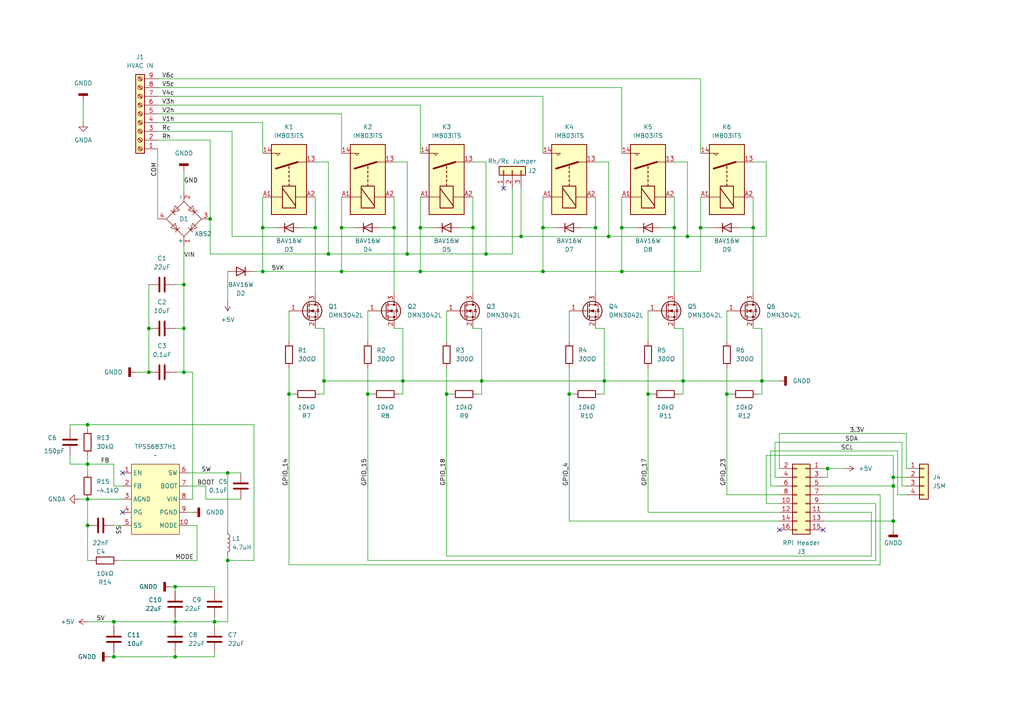
<source format=kicad_sch>
(kicad_sch (version 20250114) (generator "eeschema") (generator_version "9.0")
  (paper "A4")
  (title_block (title "OSm Thermal Main") (date "2025-08-14") (rev "2.2") (company "CircleShift Hardware"))
  (lib_symbols
    (symbol "Connector:Screw_Terminal_01x09" (pin_names (offset 1.016) (hide yes))
      (property "Reference" "J" (at 0 12.7 0))
      (property "Value" "Screw_Terminal_01x09" (at 0 -12.7 0))
      (symbol "Screw_Terminal_01x09_1_1"
        (rectangle (start -1.27 11.43) (end 1.27 -11.43) (stroke (width 0.254)) (fill (type background)))
        (polyline (pts (xy -0.5334 10.4902) (xy 0.3302 9.652)) (stroke (width 0.1524)))
        (polyline (pts (xy -0.5334 7.9502) (xy 0.3302 7.112)) (stroke (width 0.1524)))
        (polyline (pts (xy -0.5334 5.4102) (xy 0.3302 4.572)) (stroke (width 0.1524)))
        (polyline (pts (xy -0.5334 2.8702) (xy 0.3302 2.032)) (stroke (width 0.1524)))
        (polyline (pts (xy -0.5334 0.3302) (xy 0.3302 -0.508)) (stroke (width 0.1524)))
        (polyline (pts (xy -0.5334 -2.2098) (xy 0.3302 -3.048)) (stroke (width 0.1524)))
        (polyline (pts (xy -0.5334 -4.7498) (xy 0.3302 -5.588)) (stroke (width 0.1524)))
        (polyline (pts (xy -0.5334 -7.2898) (xy 0.3302 -8.128)) (stroke (width 0.1524)))
        (polyline (pts (xy -0.5334 -9.8298) (xy 0.3302 -10.668)) (stroke (width 0.1524)))
        (polyline (pts (xy -0.3556 10.668) (xy 0.508 9.8298)) (stroke (width 0.1524)))
        (polyline (pts (xy -0.3556 8.128) (xy 0.508 7.2898)) (stroke (width 0.1524)))
        (polyline (pts (xy -0.3556 5.588) (xy 0.508 4.7498)) (stroke (width 0.1524)))
        (polyline (pts (xy -0.3556 3.048) (xy 0.508 2.2098)) (stroke (width 0.1524)))
        (polyline (pts (xy -0.3556 0.508) (xy 0.508 -0.3302)) (stroke (width 0.1524)))
        (polyline (pts (xy -0.3556 -2.032) (xy 0.508 -2.8702)) (stroke (width 0.1524)))
        (polyline (pts (xy -0.3556 -4.572) (xy 0.508 -5.4102)) (stroke (width 0.1524)))
        (polyline (pts (xy -0.3556 -7.112) (xy 0.508 -7.9502)) (stroke (width 0.1524)))
        (polyline (pts (xy -0.3556 -9.652) (xy 0.508 -10.4902)) (stroke (width 0.1524)))
        (circle (center 0 10.16) (radius 0.635) (stroke (width 0.1524)))
        (circle (center 0 7.62) (radius 0.635) (stroke (width 0.1524)))
        (circle (center 0 5.08) (radius 0.635) (stroke (width 0.1524)))
        (circle (center 0 2.54) (radius 0.635) (stroke (width 0.1524)))
        (circle (center 0 0) (radius 0.635) (stroke (width 0.1524)))
        (circle (center 0 -2.54) (radius 0.635) (stroke (width 0.1524)))
        (circle (center 0 -5.08) (radius 0.635) (stroke (width 0.1524)))
        (circle (center 0 -7.62) (radius 0.635) (stroke (width 0.1524)))
        (circle (center 0 -10.16) (radius 0.635) (stroke (width 0.1524)))
        (pin passive line (at -5.08 10.16 0) (length 3.81) (name "Pin_1") (number "1"))
        (pin passive line (at -5.08 7.62 0) (length 3.81) (name "Pin_2") (number "2"))
        (pin passive line (at -5.08 5.08 0) (length 3.81) (name "Pin_3") (number "3"))
        (pin passive line (at -5.08 2.54 0) (length 3.81) (name "Pin_4") (number "4"))
        (pin passive line (at -5.08 0 0) (length 3.81) (name "Pin_5") (number "5"))
        (pin passive line (at -5.08 -2.54 0) (length 3.81) (name "Pin_6") (number "6"))
        (pin passive line (at -5.08 -5.08 0) (length 3.81) (name "Pin_7") (number "7"))
        (pin passive line (at -5.08 -7.62 0) (length 3.81) (name "Pin_8") (number "8"))
        (pin passive line (at -5.08 -10.16 0) (length 3.81) (name "Pin_9") (number "9"))
      )
    )
    (symbol "Connector_Generic:Conn_01x03" (pin_names (offset 1.016) (hide yes))
      (property "Reference" "J" (at 0 5.08 0))
      (property "Value" "Conn_01x03" (at 0 -5.08 0))
      (symbol "Conn_01x03_1_1"
        (rectangle (start -1.27 3.81) (end 1.27 -3.81) (stroke (width 0.254)) (fill (type background)))
        (rectangle (start -1.27 2.667) (end 0 2.413) (stroke (width 0.1524)))
        (rectangle (start -1.27 0.127) (end 0 -0.127) (stroke (width 0.1524)))
        (rectangle (start -1.27 -2.413) (end 0 -2.667) (stroke (width 0.1524)))
        (pin passive line (at -5.08 2.54 0) (length 3.81) (name "Pin_1") (number "1"))
        (pin passive line (at -5.08 0 0) (length 3.81) (name "Pin_2") (number "2"))
        (pin passive line (at -5.08 -2.54 0) (length 3.81) (name "Pin_3") (number "3"))
      )
    )
    (symbol "Connector_Generic:Conn_01x04" (pin_names (offset 1.016) (hide yes))
      (property "Reference" "J" (at 0 5.08 0))
      (property "Value" "Conn_01x04" (at 0 -7.62 0))
      (symbol "Conn_01x04_1_1"
        (rectangle (start -1.27 3.81) (end 1.27 -6.35) (stroke (width 0.254)) (fill (type background)))
        (rectangle (start -1.27 2.667) (end 0 2.413) (stroke (width 0.1524)))
        (rectangle (start -1.27 0.127) (end 0 -0.127) (stroke (width 0.1524)))
        (rectangle (start -1.27 -2.413) (end 0 -2.667) (stroke (width 0.1524)))
        (rectangle (start -1.27 -4.953) (end 0 -5.207) (stroke (width 0.1524)))
        (pin passive line (at -5.08 2.54 0) (length 3.81) (name "Pin_1") (number "1"))
        (pin passive line (at -5.08 0 0) (length 3.81) (name "Pin_2") (number "2"))
        (pin passive line (at -5.08 -2.54 0) (length 3.81) (name "Pin_3") (number "3"))
        (pin passive line (at -5.08 -5.08 0) (length 3.81) (name "Pin_4") (number "4"))
      )
    )
    (symbol "Connector_Generic:Conn_02x08_Odd_Even" (pin_names (offset 1.016) (hide yes))
      (property "Reference" "J" (at 1.27 10.16 0))
      (property "Value" "Conn_02x08_Odd_Even" (at 1.27 -12.7 0))
      (symbol "Conn_02x08_Odd_Even_1_1"
        (rectangle (start -1.27 8.89) (end 3.81 -11.43) (stroke (width 0.254)) (fill (type background)))
        (rectangle (start -1.27 7.747) (end 0 7.493) (stroke (width 0.1524)))
        (rectangle (start -1.27 5.207) (end 0 4.953) (stroke (width 0.1524)))
        (rectangle (start -1.27 2.667) (end 0 2.413) (stroke (width 0.1524)))
        (rectangle (start -1.27 0.127) (end 0 -0.127) (stroke (width 0.1524)))
        (rectangle (start -1.27 -2.413) (end 0 -2.667) (stroke (width 0.1524)))
        (rectangle (start -1.27 -4.953) (end 0 -5.207) (stroke (width 0.1524)))
        (rectangle (start -1.27 -7.493) (end 0 -7.747) (stroke (width 0.1524)))
        (rectangle (start -1.27 -10.033) (end 0 -10.287) (stroke (width 0.1524)))
        (rectangle (start 3.81 7.747) (end 2.54 7.493) (stroke (width 0.1524)))
        (rectangle (start 3.81 5.207) (end 2.54 4.953) (stroke (width 0.1524)))
        (rectangle (start 3.81 2.667) (end 2.54 2.413) (stroke (width 0.1524)))
        (rectangle (start 3.81 0.127) (end 2.54 -0.127) (stroke (width 0.1524)))
        (rectangle (start 3.81 -2.413) (end 2.54 -2.667) (stroke (width 0.1524)))
        (rectangle (start 3.81 -4.953) (end 2.54 -5.207) (stroke (width 0.1524)))
        (rectangle (start 3.81 -7.493) (end 2.54 -7.747) (stroke (width 0.1524)))
        (rectangle (start 3.81 -10.033) (end 2.54 -10.287) (stroke (width 0.1524)))
        (pin passive line (at -5.08 7.62 0) (length 3.81) (name "Pin_1") (number "1"))
        (pin passive line (at -5.08 5.08 0) (length 3.81) (name "Pin_3") (number "3"))
        (pin passive line (at -5.08 2.54 0) (length 3.81) (name "Pin_5") (number "5"))
        (pin passive line (at -5.08 0 0) (length 3.81) (name "Pin_7") (number "7"))
        (pin passive line (at -5.08 -2.54 0) (length 3.81) (name "Pin_9") (number "9"))
        (pin passive line (at -5.08 -5.08 0) (length 3.81) (name "Pin_11") (number "11"))
        (pin passive line (at -5.08 -7.62 0) (length 3.81) (name "Pin_13") (number "13"))
        (pin passive line (at -5.08 -10.16 0) (length 3.81) (name "Pin_15") (number "15"))
        (pin passive line (at 7.62 7.62 180) (length 3.81) (name "Pin_2") (number "2"))
        (pin passive line (at 7.62 5.08 180) (length 3.81) (name "Pin_4") (number "4"))
        (pin passive line (at 7.62 2.54 180) (length 3.81) (name "Pin_6") (number "6"))
        (pin passive line (at 7.62 0 180) (length 3.81) (name "Pin_8") (number "8"))
        (pin passive line (at 7.62 -2.54 180) (length 3.81) (name "Pin_10") (number "10"))
        (pin passive line (at 7.62 -5.08 180) (length 3.81) (name "Pin_12") (number "12"))
        (pin passive line (at 7.62 -7.62 180) (length 3.81) (name "Pin_14") (number "14"))
        (pin passive line (at 7.62 -10.16 180) (length 3.81) (name "Pin_16") (number "16"))
      )
    )
    (symbol "Device:C" (pin_numbers (hide yes)) (pin_names (offset 0.254))
      (property "Reference" "C" (at 0.635 2.54 0))
      (property "Value" "C" (at 0.635 -2.54 0))
      (symbol "C_0_1"
        (polyline (pts (xy -2.032 0.762) (xy 2.032 0.762)) (stroke (width 0.508)))
        (polyline (pts (xy -2.032 -0.762) (xy 2.032 -0.762)) (stroke (width 0.508)))
      )
      (symbol "C_1_1"
        (pin passive line (at 0 3.81 270) (length 2.794) (name "~") (number "1"))
        (pin passive line (at 0 -3.81 90) (length 2.794) (name "~") (number "2"))
      )
    )
    (symbol "Device:L" (pin_numbers (hide yes)) (pin_names (offset 1.016) (hide yes))
      (property "Reference" "L" (at -1.27 0 90))
      (property "Value" "L" (at 1.905 0 90))
      (symbol "L_0_1"
        (arc (start 0 2.54) (mid 0.6323 1.905) (end 0 1.27))
        (arc (start 0 1.27) (mid 0.6323 0.635) (end 0 0))
        (arc (start 0 0) (mid 0.6323 -0.635) (end 0 -1.27))
        (arc (start 0 -1.27) (mid 0.6323 -1.905) (end 0 -2.54))
      )
      (symbol "L_1_1"
        (pin passive line (at 0 3.81 270) (length 1.27) (name "1") (number "1"))
        (pin passive line (at 0 -3.81 90) (length 1.27) (name "2") (number "2"))
      )
    )
    (symbol "Device:R" (pin_numbers (hide yes)) (pin_names (offset 0))
      (property "Reference" "R" (at 2.032 0 90))
      (property "Value" "R" (at 0 0 90))
      (symbol "R_0_1"
        (rectangle (start -1.016 -2.54) (end 1.016 2.54) (stroke (width 0.254)))
      )
      (symbol "R_1_1"
        (pin passive line (at 0 3.81 270) (length 1.27) (name "~") (number "1"))
        (pin passive line (at 0 -3.81 90) (length 1.27) (name "~") (number "2"))
      )
    )
    (symbol "Diode:BAV16W" (pin_numbers (hide yes)) (pin_names (hide yes))
      (property "Reference" "D" (at 0 2.54 0))
      (property "Value" "BAV16W" (at 0 -2.54 0))
      (symbol "BAV16W_0_1"
        (polyline (pts (xy -1.27 1.27) (xy -1.27 -1.27)) (stroke (width 0.254)))
        (polyline (pts (xy 1.27 1.27) (xy 1.27 -1.27) (xy -1.27 0) (xy 1.27 1.27)) (stroke (width 0.254)))
        (polyline (pts (xy 1.27 0) (xy -1.27 0)))
      )
      (symbol "BAV16W_1_1"
        (pin passive line (at -3.81 0 0) (length 2.54) (name "K") (number "1"))
        (pin passive line (at 3.81 0 180) (length 2.54) (name "A") (number "2"))
      )
    )
    (symbol "Diode_Bridge:ABS2" (pin_names (offset 0))
      (property "Reference" "D" (at 2.54 6.985 0))
      (property "Value" "ABS2" (at 2.54 5.08 0))
      (symbol "ABS2_0_1"
        (polyline (pts (xy -5.08 0) (xy 0 -5.08) (xy 5.08 0) (xy 0 5.08) (xy -5.08 0)))
        (polyline (pts (xy -3.81 2.54) (xy -2.54 1.27) (xy -1.905 3.175) (xy -3.81 2.54)))
        (polyline (pts (xy -2.54 3.81) (xy -1.27 2.54)))
        (polyline (pts (xy -2.54 -1.27) (xy -3.81 -2.54) (xy -1.905 -3.175) (xy -2.54 -1.27)))
        (polyline (pts (xy -1.27 -2.54) (xy -2.54 -3.81)))
        (polyline (pts (xy 1.27 2.54) (xy 2.54 3.81) (xy 3.175 1.905) (xy 1.27 2.54)))
        (polyline (pts (xy 2.54 1.27) (xy 3.81 2.54)))
        (polyline (pts (xy 2.54 -1.27) (xy 3.81 -2.54)))
        (polyline (pts (xy 3.175 -1.905) (xy 1.27 -2.54) (xy 2.54 -3.81) (xy 3.175 -1.905)))
      )
      (symbol "ABS2_1_1"
        (pin passive line (at -7.62 0 0) (length 2.54) (name "-") (number "2"))
        (pin passive line (at 0 7.62 270) (length 2.54) (name "~") (number "4"))
        (pin passive line (at 0 -7.62 90) (length 2.54) (name "~") (number "3"))
        (pin passive line (at 7.62 0 180) (length 2.54) (name "+") (number "1"))
      )
    )
    (symbol "LibrarySyms:TPS56837H"
      (property "Reference" "TPS56837H" (at -5.08 11.176 0))
      (symbol "TPS56837H_1_1"
        (rectangle (start -6.35 10.16) (end 7.62 -10.16) (fill (type background)))
        (pin input line (at -8.89 7.62 0) (length 2.54) (name "EN") (number "1"))
        (pin input line (at -8.89 3.81 0) (length 2.54) (name "FB") (number "2"))
        (pin bidirectional line (at -8.89 0 0) (length 2.54) (name "AGND") (number "3"))
        (pin output line (at -8.89 -3.81 0) (length 2.54) (name "PG") (number "4"))
        (pin output line (at -8.89 -7.62 0) (length 2.54) (name "SS") (number "5"))
        (pin output line (at 10.16 7.62 180) (length 2.54) (name "SW") (number "6"))
        (pin input line (at 10.16 3.81 180) (length 2.54) (name "BOOT") (number "7"))
        (pin power_in line (at 10.16 0 180) (length 2.54) (name "VIN") (number "8"))
        (pin bidirectional line (at 10.16 -3.81 180) (length 2.54) (name "PGND") (number "9"))
        (pin input line (at 10.16 -7.62 180) (length 2.54) (name "MODE") (number "10"))
      )
    )
    (symbol "Relay:Relay_SPST-NO"
      (property "Reference" "K" (at 11.43 3.81 0))
      (property "Value" "Relay_SPST-NO" (at 11.43 1.27 0))
      (symbol "Relay_SPST-NO_0_0"
        (polyline (pts (xy 7.62 5.08) (xy 7.62 2.54) (xy 6.985 3.175) (xy 7.62 3.81)))
      )
      (symbol "Relay_SPST-NO_0_1"
        (rectangle (start -10.16 5.08) (end 10.16 -5.08) (stroke (width 0.254)) (fill (type background)))
        (rectangle (start -8.255 1.905) (end -1.905 -1.905) (stroke (width 0.254)))
        (polyline (pts (xy -7.62 -1.905) (xy -2.54 1.905)) (stroke (width 0.254)))
        (polyline (pts (xy -5.08 5.08) (xy -5.08 1.905)))
        (polyline (pts (xy -5.08 -5.08) (xy -5.08 -1.905)))
        (polyline (pts (xy -1.905 0) (xy -1.27 0)) (stroke (width 0.254)))
        (polyline (pts (xy -0.635 0) (xy 0 0)) (stroke (width 0.254)))
        (polyline (pts (xy 0.635 0) (xy 1.27 0)) (stroke (width 0.254)))
        (polyline (pts (xy 1.905 0) (xy 2.54 0)) (stroke (width 0.254)))
        (polyline (pts (xy 3.175 0) (xy 3.81 0)) (stroke (width 0.254)))
        (polyline (pts (xy 5.08 -2.54) (xy 3.175 3.81)) (stroke (width 0.508)))
        (polyline (pts (xy 5.08 -2.54) (xy 5.08 -5.08)))
      )
      (symbol "Relay_SPST-NO_1_1"
        (pin passive line (at -5.08 7.62 270) (length 2.54) (name "~") (number "A1"))
        (pin passive line (at -5.08 -7.62 90) (length 2.54) (name "~") (number "A2"))
        (pin passive line (at 5.08 -7.62 90) (length 2.54) (name "~") (number "13"))
        (pin passive line (at 7.62 7.62 270) (length 2.54) (name "~") (number "14"))
      )
    )
    (symbol "Transistor_FET:DMN3042L" (pin_names (offset 0) (hide yes))
      (property "Reference" "Q" (at 5.08 1.905 0))
      (property "Value" "DMN3042L" (at 5.08 0 0))
      (symbol "DMN3042L_0_1"
        (polyline (pts (xy 0.254 1.905) (xy 0.254 -1.905)) (stroke (width 0.254)))
        (polyline (pts (xy 0.254 0) (xy -2.54 0)))
        (polyline (pts (xy 0.762 2.286) (xy 0.762 1.27)) (stroke (width 0.254)))
        (polyline (pts (xy 0.762 0.508) (xy 0.762 -0.508)) (stroke (width 0.254)))
        (polyline (pts (xy 0.762 -1.27) (xy 0.762 -2.286)) (stroke (width 0.254)))
        (polyline (pts (xy 0.762 -1.778) (xy 3.302 -1.778) (xy 3.302 1.778) (xy 0.762 1.778)))
        (polyline (pts (xy 1.016 0) (xy 2.032 0.381) (xy 2.032 -0.381) (xy 1.016 0)) (fill (type outline)))
        (circle (center 1.651 0) (radius 2.794) (stroke (width 0.254)))
        (polyline (pts (xy 2.54 2.54) (xy 2.54 1.778)))
        (circle (center 2.54 1.778) (radius 0.254) (fill (type outline)))
        (circle (center 2.54 -1.778) (radius 0.254) (fill (type outline)))
        (polyline (pts (xy 2.54 -2.54) (xy 2.54 0) (xy 0.762 0)))
        (polyline (pts (xy 2.921 0.381) (xy 3.683 0.381)))
        (polyline (pts (xy 3.302 0.381) (xy 2.921 -0.254) (xy 3.683 -0.254) (xy 3.302 0.381)))
      )
      (symbol "DMN3042L_1_1"
        (pin input line (at -5.08 0 0) (length 2.54) (name "G") (number "1"))
        (pin passive line (at 2.54 5.08 270) (length 2.54) (name "D") (number "3"))
        (pin passive line (at 2.54 -5.08 90) (length 2.54) (name "S") (number "2"))
      )
    )
    (symbol "power:+5V" (power) (pin_numbers (hide yes)) (pin_names (offset 0) (hide yes))
      (property "Value" "+5V" (at 0 3.556 0))
      (symbol "+5V_0_1"
        (polyline (pts (xy -0.762 1.27) (xy 0 2.54)))
        (polyline (pts (xy 0 2.54) (xy 0.762 1.27)))
        (polyline (pts (xy 0 0) (xy 0 2.54)))
      )
      (symbol "+5V_1_1"
        (pin power_in line (at 0 0 90) (length 0) (name "~") (number "1"))
      )
    )
    (symbol "power:GNDA" (power) (pin_numbers (hide yes)) (pin_names (offset 0) (hide yes))
      (property "Value" "GNDA" (at 0 -3.81 0))
      (symbol "GNDA_0_1"
        (polyline (pts (xy 0 0) (xy 0 -1.27) (xy 1.27 -1.27) (xy 0 -2.54) (xy -1.27 -1.27) (xy 0 -1.27)))
      )
      (symbol "GNDA_1_1"
        (pin power_in line (at 0 0 270) (length 0) (name "~") (number "1"))
      )
    )
    (symbol "power:GNDD" (power) (pin_numbers (hide yes)) (pin_names (offset 0) (hide yes))
      (property "Value" "GNDD" (at 0 -3.175 0))
      (symbol "GNDD_0_1"
        (rectangle (start -1.27 -1.524) (end 1.27 -2.032) (stroke (width 0.254)) (fill (type outline)))
        (polyline (pts (xy 0 0) (xy 0 -1.524)))
      )
      (symbol "GNDD_1_1"
        (pin power_in line (at 0 0 270) (length 0) (name "~") (number "1"))
      )
    )
  )
  (junction (at 199.39 68.58))
  (junction (at 139.7 110.49))
  (junction (at 25.4 123.19))
  (junction (at 53.34 82.55))
  (junction (at 62.23 180.34))
  (junction (at 95.25 73.66))
  (junction (at 66.04 137.16))
  (junction (at 157.48 66.04))
  (junction (at 43.18 95.25))
  (junction (at 259.08 151.13))
  (junction (at 218.44 66.04))
  (junction (at 210.82 114.3))
  (junction (at 91.44 66.04))
  (junction (at 172.72 66.04))
  (junction (at 137.16 66.04))
  (junction (at 53.34 95.25))
  (junction (at 33.02 180.34))
  (junction (at 99.06 66.04))
  (junction (at 187.96 114.3))
  (junction (at 93.98 110.49))
  (junction (at 60.96 63.5))
  (junction (at 175.26 110.49))
  (junction (at 25.4 134.62))
  (junction (at 83.82 114.3))
  (junction (at 114.3 66.04))
  (junction (at 203.2 66.04))
  (junction (at 25.4 152.4))
  (junction (at 195.58 66.04))
  (junction (at 25.4 144.78))
  (junction (at 220.98 110.49))
  (junction (at 157.48 78.74))
  (junction (at 240.03 135.89))
  (junction (at 259.08 138.43))
  (junction (at 118.11 73.66))
  (junction (at 99.06 78.74))
  (junction (at 50.8 170.18))
  (junction (at 165.1 114.3))
  (junction (at 76.2 66.04))
  (junction (at 180.34 66.04))
  (junction (at 76.2 78.74))
  (junction (at 50.8 190.5))
  (junction (at 180.34 78.74))
  (junction (at 151.13 68.58))
  (junction (at 106.68 114.3))
  (junction (at 33.02 190.5))
  (junction (at 43.18 107.95))
  (junction (at 50.8 180.34))
  (junction (at 176.53 68.58))
  (junction (at 140.97 73.66))
  (junction (at 116.84 110.49))
  (junction (at 66.04 162.56))
  (junction (at 198.12 110.49))
  (junction (at 121.92 66.04))
  (junction (at 129.54 114.3))
  (junction (at 259.08 140.97))
  (junction (at 121.92 78.74))
  (junction (at 53.34 107.95))
  (no_connect (at 226.06 153.67))
  (no_connect (at 146.05 54.61))
  (no_connect (at 35.56 137.16))
  (no_connect (at 238.76 153.67))
  (no_connect (at 35.56 148.59))
  (wire (pts (xy 20.32 134.62) (xy 25.4 134.62)))
  (wire (pts (xy 223.52 140.97) (xy 223.52 130.81)))
  (wire (pts (xy 99.06 78.74) (xy 121.92 78.74)))
  (wire (pts (xy 43.18 95.25) (xy 43.18 107.95)))
  (wire (pts (xy 67.31 38.1) (xy 67.31 68.58)))
  (wire (pts (xy 176.53 68.58) (xy 176.53 46.99)))
  (wire (pts (xy 203.2 22.86) (xy 45.72 22.86)))
  (wire (pts (xy 106.68 162.56) (xy 106.68 114.3)))
  (wire (pts (xy 59.69 144.78) (xy 59.69 140.97)))
  (wire (pts (xy 33.02 189.23) (xy 33.02 190.5)))
  (wire (pts (xy 53.34 49.53) (xy 53.34 55.88)))
  (wire (pts (xy 259.08 132.08) (xy 259.08 138.43)))
  (wire (pts (xy 50.8 190.5) (xy 62.23 190.5)))
  (wire (pts (xy 259.08 138.43) (xy 259.08 140.97)))
  (wire (pts (xy 83.82 106.68) (xy 83.82 114.3)))
  (wire (pts (xy 83.82 114.3) (xy 85.09 114.3)))
  (wire (pts (xy 184.15 66.04) (xy 180.34 66.04)))
  (wire (pts (xy 175.26 95.25) (xy 175.26 110.49)))
  (wire (pts (xy 199.39 68.58) (xy 199.39 46.99)))
  (wire (pts (xy 187.96 114.3) (xy 187.96 148.59)))
  (wire (pts (xy 95.25 73.66) (xy 118.11 73.66)))
  (wire (pts (xy 69.85 144.78) (xy 59.69 144.78)))
  (wire (pts (xy 176.53 46.99) (xy 172.72 46.99)))
  (wire (pts (xy 180.34 25.4) (xy 45.72 25.4)))
  (wire (pts (xy 262.89 138.43) (xy 259.08 138.43)))
  (wire (pts (xy 95.25 46.99) (xy 91.44 46.99)))
  (wire (pts (xy 165.1 90.17) (xy 165.1 99.06)))
  (wire (pts (xy 220.98 95.25) (xy 220.98 110.49)))
  (wire (pts (xy 129.54 90.17) (xy 129.54 99.06)))
  (wire (pts (xy 148.59 73.66) (xy 140.97 73.66)))
  (wire (pts (xy 151.13 68.58) (xy 176.53 68.58)))
  (wire (pts (xy 39.37 107.95) (xy 43.18 107.95)))
  (wire (pts (xy 137.16 66.04) (xy 137.16 57.15)))
  (wire (pts (xy 62.23 180.34) (xy 62.23 181.61)))
  (wire (pts (xy 180.34 78.74) (xy 180.34 66.04)))
  (wire (pts (xy 45.72 40.64) (xy 60.96 40.64)))
  (wire (pts (xy 252.73 161.29) (xy 252.73 148.59)))
  (wire (pts (xy 129.54 106.68) (xy 129.54 114.3)))
  (wire (pts (xy 99.06 33.02) (xy 45.72 33.02)))
  (wire (pts (xy 53.34 71.12) (xy 53.34 82.55)))
  (wire (pts (xy 106.68 106.68) (xy 106.68 114.3)))
  (wire (pts (xy 195.58 66.04) (xy 195.58 57.15)))
  (wire (pts (xy 191.77 66.04) (xy 195.58 66.04)))
  (wire (pts (xy 62.23 190.5) (xy 62.23 189.23)))
  (wire (pts (xy 240.03 135.89) (xy 240.03 138.43)))
  (wire (pts (xy 93.98 114.3) (xy 92.71 114.3)))
  (wire (pts (xy 129.54 114.3) (xy 129.54 161.29)))
  (wire (pts (xy 118.11 73.66) (xy 118.11 46.99)))
  (wire (pts (xy 172.72 95.25) (xy 175.26 95.25)))
  (wire (pts (xy 165.1 151.13) (xy 165.1 114.3)))
  (wire (pts (xy 139.7 110.49) (xy 139.7 114.3)))
  (wire (pts (xy 59.69 140.97) (xy 54.61 140.97)))
  (wire (pts (xy 226.06 148.59) (xy 187.96 148.59)))
  (wire (pts (xy 203.2 44.45) (xy 203.2 22.86)))
  (wire (pts (xy 20.32 132.08) (xy 20.32 134.62)))
  (wire (pts (xy 262.89 125.73) (xy 262.89 135.89)))
  (wire (pts (xy 125.73 66.04) (xy 121.92 66.04)))
  (wire (pts (xy 25.4 132.08) (xy 25.4 134.62)))
  (wire (pts (xy 198.12 95.25) (xy 198.12 110.49)))
  (wire (pts (xy 226.06 125.73) (xy 262.89 125.73)))
  (wire (pts (xy 172.72 66.04) (xy 172.72 57.15)))
  (wire (pts (xy 195.58 66.04) (xy 195.58 85.09)))
  (wire (pts (xy 226.06 135.89) (xy 226.06 125.73)))
  (wire (pts (xy 129.54 114.3) (xy 130.81 114.3)))
  (wire (pts (xy 99.06 44.45) (xy 99.06 33.02)))
  (wire (pts (xy 57.15 152.4) (xy 57.15 162.56)))
  (wire (pts (xy 151.13 54.61) (xy 151.13 68.58)))
  (wire (pts (xy 187.96 114.3) (xy 189.23 114.3)))
  (wire (pts (xy 240.03 138.43) (xy 238.76 138.43)))
  (wire (pts (xy 25.4 144.78) (xy 25.4 152.4)))
  (wire (pts (xy 180.34 44.45) (xy 180.34 25.4)))
  (wire (pts (xy 207.01 66.04) (xy 203.2 66.04)))
  (wire (pts (xy 168.91 66.04) (xy 172.72 66.04)))
  (wire (pts (xy 50.8 180.34) (xy 33.02 180.34)))
  (wire (pts (xy 25.4 134.62) (xy 33.02 134.62)))
  (wire (pts (xy 172.72 66.04) (xy 172.72 85.09)))
  (wire (pts (xy 137.16 95.25) (xy 139.7 95.25)))
  (wire (pts (xy 139.7 110.49) (xy 175.26 110.49)))
  (wire (pts (xy 226.06 143.51) (xy 210.82 143.51)))
  (wire (pts (xy 99.06 78.74) (xy 99.06 66.04)))
  (wire (pts (xy 218.44 66.04) (xy 218.44 85.09)))
  (wire (pts (xy 203.2 78.74) (xy 203.2 66.04)))
  (wire (pts (xy 73.66 78.74) (xy 76.2 78.74)))
  (wire (pts (xy 45.72 43.18) (xy 45.72 63.5)))
  (wire (pts (xy 133.35 66.04) (xy 137.16 66.04)))
  (wire (pts (xy 93.98 110.49) (xy 93.98 114.3)))
  (wire (pts (xy 76.2 78.74) (xy 76.2 66.04)))
  (wire (pts (xy 161.29 66.04) (xy 157.48 66.04)))
  (wire (pts (xy 33.02 180.34) (xy 25.4 180.34)))
  (wire (pts (xy 87.63 66.04) (xy 91.44 66.04)))
  (wire (pts (xy 67.31 68.58) (xy 151.13 68.58)))
  (wire (pts (xy 83.82 90.17) (xy 83.82 99.06)))
  (wire (pts (xy 140.97 46.99) (xy 140.97 73.66)))
  (wire (pts (xy 198.12 110.49) (xy 220.98 110.49)))
  (wire (pts (xy 53.34 107.95) (xy 50.8 107.95)))
  (wire (pts (xy 259.08 151.13) (xy 259.08 153.67)))
  (wire (pts (xy 110.49 66.04) (xy 114.3 66.04)))
  (wire (pts (xy 220.98 110.49) (xy 226.06 110.49)))
  (wire (pts (xy 218.44 95.25) (xy 220.98 95.25)))
  (wire (pts (xy 60.96 73.66) (xy 95.25 73.66)))
  (wire (pts (xy 137.16 46.99) (xy 140.97 46.99)))
  (wire (pts (xy 187.96 106.68) (xy 187.96 114.3)))
  (wire (pts (xy 165.1 106.68) (xy 165.1 114.3)))
  (wire (pts (xy 49.53 170.18) (xy 50.8 170.18)))
  (wire (pts (xy 137.16 66.04) (xy 137.16 85.09)))
  (wire (pts (xy 99.06 66.04) (xy 99.06 57.15)))
  (wire (pts (xy 157.48 78.74) (xy 180.34 78.74)))
  (wire (pts (xy 261.62 128.27) (xy 261.62 140.97)))
  (wire (pts (xy 238.76 135.89) (xy 240.03 135.89)))
  (wire (pts (xy 55.88 144.78) (xy 54.61 144.78)))
  (wire (pts (xy 50.8 95.25) (xy 53.34 95.25)))
  (wire (pts (xy 238.76 146.05) (xy 254 146.05)))
  (wire (pts (xy 116.84 110.49) (xy 139.7 110.49)))
  (wire (pts (xy 25.4 123.19) (xy 73.66 123.19)))
  (wire (pts (xy 180.34 78.74) (xy 203.2 78.74)))
  (wire (pts (xy 121.92 66.04) (xy 121.92 57.15)))
  (wire (pts (xy 116.84 110.49) (xy 116.84 114.3)))
  (wire (pts (xy 260.35 143.51) (xy 262.89 143.51)))
  (wire (pts (xy 116.84 114.3) (xy 115.57 114.3)))
  (wire (pts (xy 60.96 40.64) (xy 60.96 63.5)))
  (wire (pts (xy 25.4 134.62) (xy 25.4 137.16)))
  (wire (pts (xy 157.48 66.04) (xy 157.48 57.15)))
  (wire (pts (xy 195.58 95.25) (xy 198.12 95.25)))
  (wire (pts (xy 55.88 107.95) (xy 55.88 144.78)))
  (wire (pts (xy 114.3 66.04) (xy 114.3 85.09)))
  (wire (pts (xy 25.4 152.4) (xy 25.4 162.56)))
  (wire (pts (xy 210.82 106.68) (xy 210.82 114.3)))
  (wire (pts (xy 25.4 144.78) (xy 35.56 144.78)))
  (wire (pts (xy 62.23 170.18) (xy 62.23 171.45)))
  (wire (pts (xy 198.12 110.49) (xy 198.12 114.3)))
  (wire (pts (xy 50.8 180.34) (xy 50.8 181.61)))
  (wire (pts (xy 62.23 180.34) (xy 50.8 180.34)))
  (wire (pts (xy 175.26 110.49) (xy 175.26 114.3)))
  (wire (pts (xy 129.54 161.29) (xy 252.73 161.29)))
  (wire (pts (xy 254 146.05) (xy 254 162.56)))
  (wire (pts (xy 35.56 140.97) (xy 33.02 140.97)))
  (wire (pts (xy 252.73 148.59) (xy 238.76 148.59)))
  (wire (pts (xy 121.92 78.74) (xy 121.92 66.04)))
  (wire (pts (xy 220.98 114.3) (xy 219.71 114.3)))
  (wire (pts (xy 203.2 66.04) (xy 203.2 57.15)))
  (wire (pts (xy 114.3 46.99) (xy 118.11 46.99)))
  (wire (pts (xy 22.86 144.78) (xy 25.4 144.78)))
  (wire (pts (xy 80.01 66.04) (xy 76.2 66.04)))
  (wire (pts (xy 91.44 66.04) (xy 91.44 85.09)))
  (wire (pts (xy 93.98 110.49) (xy 116.84 110.49)))
  (wire (pts (xy 53.34 82.55) (xy 53.34 95.25)))
  (wire (pts (xy 106.68 114.3) (xy 107.95 114.3)))
  (wire (pts (xy 222.25 46.99) (xy 218.44 46.99)))
  (wire (pts (xy 121.92 30.48) (xy 45.72 30.48)))
  (wire (pts (xy 66.04 162.56) (xy 73.66 162.56)))
  (wire (pts (xy 224.79 128.27) (xy 261.62 128.27)))
  (wire (pts (xy 24.13 29.21) (xy 24.13 35.56)))
  (wire (pts (xy 175.26 110.49) (xy 198.12 110.49)))
  (wire (pts (xy 175.26 114.3) (xy 173.99 114.3)))
  (wire (pts (xy 139.7 95.25) (xy 139.7 110.49)))
  (wire (pts (xy 76.2 78.74) (xy 99.06 78.74)))
  (wire (pts (xy 66.04 180.34) (xy 62.23 180.34)))
  (wire (pts (xy 210.82 90.17) (xy 210.82 99.06)))
  (wire (pts (xy 50.8 170.18) (xy 62.23 170.18)))
  (wire (pts (xy 31.75 190.5) (xy 33.02 190.5)))
  (wire (pts (xy 260.35 130.81) (xy 260.35 143.51)))
  (wire (pts (xy 255.27 143.51) (xy 255.27 163.83)))
  (wire (pts (xy 222.25 132.08) (xy 259.08 132.08)))
  (wire (pts (xy 62.23 179.07) (xy 62.23 180.34)))
  (wire (pts (xy 91.44 66.04) (xy 91.44 57.15)))
  (wire (pts (xy 25.4 123.19) (xy 25.4 124.46)))
  (wire (pts (xy 83.82 163.83) (xy 255.27 163.83)))
  (wire (pts (xy 50.8 179.07) (xy 50.8 180.34)))
  (wire (pts (xy 57.15 162.56) (xy 34.29 162.56)))
  (wire (pts (xy 60.96 63.5) (xy 60.96 73.66)))
  (wire (pts (xy 118.11 73.66) (xy 140.97 73.66)))
  (wire (pts (xy 199.39 46.99) (xy 195.58 46.99)))
  (wire (pts (xy 165.1 114.3) (xy 166.37 114.3)))
  (wire (pts (xy 66.04 137.16) (xy 66.04 153.67)))
  (wire (pts (xy 114.3 66.04) (xy 114.3 57.15)))
  (wire (pts (xy 210.82 114.3) (xy 210.82 143.51)))
  (wire (pts (xy 222.25 146.05) (xy 222.25 132.08)))
  (wire (pts (xy 76.2 35.56) (xy 45.72 35.56)))
  (wire (pts (xy 121.92 44.45) (xy 121.92 30.48)))
  (wire (pts (xy 57.15 152.4) (xy 54.61 152.4)))
  (wire (pts (xy 73.66 162.56) (xy 73.66 123.19)))
  (wire (pts (xy 254 162.56) (xy 106.68 162.56)))
  (wire (pts (xy 180.34 66.04) (xy 180.34 57.15)))
  (wire (pts (xy 76.2 44.45) (xy 76.2 35.56)))
  (wire (pts (xy 83.82 163.83) (xy 83.82 114.3)))
  (wire (pts (xy 139.7 114.3) (xy 138.43 114.3)))
  (wire (pts (xy 259.08 140.97) (xy 259.08 151.13)))
  (wire (pts (xy 25.4 123.19) (xy 20.32 123.19)))
  (wire (pts (xy 187.96 90.17) (xy 187.96 99.06)))
  (wire (pts (xy 224.79 138.43) (xy 224.79 128.27)))
  (wire (pts (xy 165.1 151.13) (xy 226.06 151.13)))
  (wire (pts (xy 53.34 107.95) (xy 55.88 107.95)))
  (wire (pts (xy 220.98 110.49) (xy 220.98 114.3)))
  (wire (pts (xy 240.03 135.89) (xy 245.11 135.89)))
  (wire (pts (xy 26.67 162.56) (xy 25.4 162.56)))
  (wire (pts (xy 238.76 143.51) (xy 255.27 143.51)))
  (wire (pts (xy 222.25 68.58) (xy 222.25 46.99)))
  (wire (pts (xy 54.61 137.16) (xy 66.04 137.16)))
  (wire (pts (xy 20.32 123.19) (xy 20.32 124.46)))
  (wire (pts (xy 238.76 140.97) (xy 259.08 140.97)))
  (wire (pts (xy 218.44 66.04) (xy 218.44 57.15)))
  (wire (pts (xy 54.61 148.59) (xy 55.88 148.59)))
  (wire (pts (xy 157.48 27.94) (xy 45.72 27.94)))
  (wire (pts (xy 199.39 68.58) (xy 222.25 68.58)))
  (wire (pts (xy 50.8 190.5) (xy 50.8 189.23)))
  (wire (pts (xy 148.59 54.61) (xy 148.59 73.66)))
  (wire (pts (xy 66.04 161.29) (xy 66.04 162.56)))
  (wire (pts (xy 33.02 140.97) (xy 33.02 134.62)))
  (wire (pts (xy 214.63 66.04) (xy 218.44 66.04)))
  (wire (pts (xy 226.06 146.05) (xy 222.25 146.05)))
  (wire (pts (xy 95.25 73.66) (xy 95.25 46.99)))
  (wire (pts (xy 33.02 190.5) (xy 50.8 190.5)))
  (wire (pts (xy 53.34 95.25) (xy 53.34 107.95)))
  (wire (pts (xy 66.04 162.56) (xy 66.04 180.34)))
  (wire (pts (xy 121.92 78.74) (xy 157.48 78.74)))
  (wire (pts (xy 33.02 152.4) (xy 35.56 152.4)))
  (wire (pts (xy 66.04 78.74) (xy 66.04 87.63)))
  (wire (pts (xy 226.06 140.97) (xy 223.52 140.97)))
  (wire (pts (xy 33.02 180.34) (xy 33.02 181.61)))
  (wire (pts (xy 116.84 95.25) (xy 116.84 110.49)))
  (wire (pts (xy 43.18 82.55) (xy 43.18 95.25)))
  (wire (pts (xy 45.72 38.1) (xy 67.31 38.1)))
  (wire (pts (xy 50.8 82.55) (xy 53.34 82.55)))
  (wire (pts (xy 66.04 137.16) (xy 69.85 137.16)))
  (wire (pts (xy 93.98 95.25) (xy 91.44 95.25)))
  (wire (pts (xy 50.8 171.45) (xy 50.8 170.18)))
  (wire (pts (xy 238.76 151.13) (xy 259.08 151.13)))
  (wire (pts (xy 176.53 68.58) (xy 199.39 68.58)))
  (wire (pts (xy 106.68 90.17) (xy 106.68 99.06)))
  (wire (pts (xy 226.06 138.43) (xy 224.79 138.43)))
  (wire (pts (xy 102.87 66.04) (xy 99.06 66.04)))
  (wire (pts (xy 210.82 114.3) (xy 212.09 114.3)))
  (wire (pts (xy 157.48 44.45) (xy 157.48 27.94)))
  (wire (pts (xy 261.62 140.97) (xy 262.89 140.97)))
  (wire (pts (xy 198.12 114.3) (xy 196.85 114.3)))
  (wire (pts (xy 76.2 66.04) (xy 76.2 57.15)))
  (wire (pts (xy 114.3 95.25) (xy 116.84 95.25)))
  (wire (pts (xy 157.48 78.74) (xy 157.48 66.04)))
  (wire (pts (xy 223.52 130.81) (xy 260.35 130.81)))
  (wire (pts (xy 93.98 95.25) (xy 93.98 110.49)))
  (label "SDA" (at 245.11 128.27 0))
  (label "V1h" (at 46.99 35.56 0))
  (label "SW" (at 58.42 137.16 0))
  (label "MODE" (at 50.8 162.56 0))
  (label "BOOT" (at 57.15 140.97 0))
  (label "Rc" (at 46.99 38.1 0))
  (label "GPIO_23" (at 210.82 140.97 90))
  (label "GPIO_18" (at 129.54 140.97 90))
  (label "VIN" (at 53.34 74.93 0))
  (label "COM" (at 45.72 46.99 270))
  (label "Rh" (at 46.99 40.64 0))
  (label "V2h" (at 46.99 33.02 0))
  (label "5VK" (at 78.74 78.74 0))
  (label "GPIO_14" (at 83.82 140.97 90))
  (label "V6c" (at 46.99 22.86 0))
  (label "V4c" (at 46.99 27.94 0))
  (label "GPIO_17" (at 187.96 140.97 90))
  (label "GPIO_4" (at 165.1 140.97 90))
  (label "GPIO_15" (at 106.68 140.97 90))
  (label "SS" (at 35.56 152.4 270))
  (label "3.3V" (at 246.38 125.73 0))
  (label "SCL" (at 243.84 130.81 0))
  (label "V5c" (at 46.99 25.4 0))
  (label "V3h" (at 46.99 30.48 0))
  (label "FB" (at 29.21 134.62 0))
  (label "GND" (at 53.34 53.34 0))
  (label "5V" (at 27.94 180.34 0))
  (symbol (lib_id "power:GNDD") (at 39.37 107.95 270) (unit 1)
    (property "Reference" "#PWR04" (effects (hide yes)))
    (property "Value" "GNDD" (at 35.56 107.9499 90) (effects (justify right)))
    (property "Description" "Power symbol creates a global label with name \"GNDD\" , digital ground" (effects (hide yes)))
  )
  (symbol (lib_id "Device:C") (at 46.99 107.95 90) (unit 1)
    (property "Reference" "C3" (at 46.99 100.33 90))
    (property "Value" "0.1uF" (at 46.99 102.87 90) (effects (font (italic yes))))
    (property "Footprint" "Capacitor_SMD:C_0603_1608Metric" (effects (hide yes)))
    (property "Description" "Unpolarized capacitor" (effects (hide yes)))
  )
  (symbol (lib_id "Diode:BAV16W") (at 187.96 66.04 0) (unit 1)
    (property "Reference" "D8" (at 187.96 72.39 0))
    (property "Value" "BAV16W" (at 187.96 69.85 0))
    (property "Footprint" "Diode_SMD:D_SOD-123" (effects (hide yes)))
    (property "Datasheet" "https://www.diodes.com/assets/Datasheets/ds30086.pdf" (effects (hide yes)))
    (property "Description" "75V 0.15A Fast Switching Diode, SOD-123" (effects (hide yes)))
    (property "Sim.Device" "D" (effects (hide yes)))
    (property "Sim.Pins" "1=K 2=A" (effects (hide yes)))
  )
  (symbol (lib_id "Relay:Relay_SPST-NO") (at 83.82 52.07 90) (unit 1)
    (property "Reference" "K1" (at 83.82 36.83 90))
    (property "Value" "IMB03ITS" (at 83.82 39.37 90))
    (property "Footprint" "CustomLib:AXICOM IM-B Relay" (effects (hide yes)))
    (property "Description" "Relay SPST, normally open, EN50005" (effects (hide yes)))
  )
  (symbol (lib_id "Transistor_FET:DMN3042L") (at 88.9 90.17 0) (unit 1)
    (property "Reference" "Q1" (at 95.25 88.8999 0) (effects (justify left)))
    (property "Value" "DMN3042L" (at 95.25 91.4399 0) (effects (justify left)))
    (property "Footprint" "Package_TO_SOT_SMD:SOT-23" (effects (hide yes)))
    (property "Datasheet" "http://www.diodes.com/assets/Datasheets/DMN3042L.pdf" (effects (hide yes)))
    (property "Description" "5.8A Id, 30V Vds, N-Channel MOSFET, SOT-23" (effects (hide yes)))
  )
  (symbol (lib_id "Device:C") (at 46.99 82.55 90) (unit 1)
    (property "Reference" "C1" (at 46.99 74.93 90))
    (property "Value" "22uF" (at 46.99 77.47 90) (effects (font (italic yes))))
    (property "Footprint" "Capacitor_SMD:C_0805_2012Metric" (effects (hide yes)))
    (property "Description" "Unpolarized capacitor" (effects (hide yes)))
  )
  (symbol (lib_id "Device:C") (at 50.8 175.26 0) (mirror y) (unit 1)
    (property "Reference" "C10" (at 46.99 173.9899 0) (effects (justify left)))
    (property "Value" "22uF" (at 46.99 176.5299 0) (effects (justify left)))
    (property "Footprint" "Capacitor_SMD:C_0805_2012Metric" (effects (hide yes)))
    (property "Description" "Unpolarized capacitor" (effects (hide yes)))
  )
  (symbol (lib_id "Diode:BAV16W") (at 129.54 66.04 0) (unit 1)
    (property "Reference" "D5" (at 129.54 72.39 0))
    (property "Value" "BAV16W" (at 129.54 69.85 0))
    (property "Footprint" "Diode_SMD:D_SOD-123" (effects (hide yes)))
    (property "Datasheet" "https://www.diodes.com/assets/Datasheets/ds30086.pdf" (effects (hide yes)))
    (property "Description" "75V 0.15A Fast Switching Diode, SOD-123" (effects (hide yes)))
    (property "Sim.Device" "D" (effects (hide yes)))
    (property "Sim.Pins" "1=K 2=A" (effects (hide yes)))
  )
  (symbol (lib_id "Relay:Relay_SPST-NO") (at 165.1 52.07 90) (unit 1)
    (property "Reference" "K4" (at 165.1 36.83 90))
    (property "Value" "IMB03ITS" (at 165.1 39.37 90))
    (property "Footprint" "CustomLib:AXICOM IM-B Relay" (effects (hide yes)))
    (property "Description" "Relay SPST, normally open, EN50005" (effects (hide yes)))
  )
  (symbol (lib_id "Diode:BAV16W") (at 106.68 66.04 0) (unit 1)
    (property "Reference" "D4" (at 106.68 72.39 0))
    (property "Value" "BAV16W" (at 106.68 69.85 0))
    (property "Footprint" "Diode_SMD:D_SOD-123" (effects (hide yes)))
    (property "Datasheet" "https://www.diodes.com/assets/Datasheets/ds30086.pdf" (effects (hide yes)))
    (property "Description" "75V 0.15A Fast Switching Diode, SOD-123" (effects (hide yes)))
    (property "Sim.Device" "D" (effects (hide yes)))
    (property "Sim.Pins" "1=K 2=A" (effects (hide yes)))
  )
  (symbol (lib_id "Device:R") (at 193.04 114.3 90) (unit 1)
    (property "Reference" "R11" (at 193.04 120.65 90))
    (property "Value" "10kΩ" (at 193.04 118.11 90) (effects (font (italic yes))))
    (property "Footprint" "Resistor_SMD:R_0603_1608Metric" (effects (hide yes)))
    (property "Description" "Resistor" (effects (hide yes)))
  )
  (symbol (lib_id "Device:R") (at 129.54 102.87 0) (unit 1)
    (property "Reference" "R3" (at 132.08 101.5999 0) (effects (justify left)))
    (property "Value" "300Ω" (at 132.08 104.1399 0) (effects (font (italic yes)) (justify left)))
    (property "Footprint" "Resistor_SMD:R_0603_1608Metric" (effects (hide yes)))
    (property "Description" "Resistor" (effects (hide yes)))
  )
  (symbol (lib_id "Connector:Screw_Terminal_01x09") (at 40.64 33.02 180) (unit 1)
    (property "Reference" "J1" (at 40.64 16.51 0))
    (property "Value" "HVAC IN" (at 40.64 19.05 0))
    (property "Footprint" "Connector_Phoenix_MSTB:PhoenixContact_MSTBVA_2,5_9-G_1x09_P5.00mm_Vertical" (effects (hide yes)))
    (property "Description" "Generic screw terminal, single row, 01x09, script generated (kicad-library-utils/schlib/autogen/connector/)" (effects (hide yes)))
  )
  (symbol (lib_id "power:GNDD") (at 31.75 190.5 270) (unit 1)
    (property "Reference" "#PWR013" (effects (hide yes)))
    (property "Value" "GNDD" (at 27.94 190.4999 90) (effects (justify right)))
    (property "Description" "Power symbol creates a global label with name \"GNDD\" , digital ground" (effects (hide yes)))
  )
  (symbol (lib_id "Device:R") (at 25.4 140.97 0) (unit 1)
    (property "Reference" "R15" (at 27.94 139.6999 0) (effects (justify left)))
    (property "Value" "~4.1kΩ" (at 27.94 142.2399 0) (effects (justify left)))
    (property "Footprint" "Resistor_SMD:R_0603_1608Metric" (effects (hide yes)))
    (property "Description" "Resistor" (effects (hide yes)))
  )
  (symbol (lib_id "Device:C") (at 20.32 128.27 0) (mirror y) (unit 1)
    (property "Reference" "C6" (at 16.51 126.9999 0) (effects (justify left)))
    (property "Value" "150pF" (at 18.796 130.81 0) (effects (justify left)))
    (property "Footprint" "Capacitor_SMD:C_0603_1608Metric" (effects (hide yes)))
    (property "Description" "Unpolarized capacitor" (effects (hide yes)))
  )
  (symbol (lib_id "Transistor_FET:DMN3042L") (at 193.04 90.17 0) (unit 1)
    (property "Reference" "Q5" (at 199.39 88.8999 0) (effects (justify left)))
    (property "Value" "DMN3042L" (at 199.39 91.4399 0) (effects (justify left)))
    (property "Footprint" "Package_TO_SOT_SMD:SOT-23" (effects (hide yes)))
    (property "Datasheet" "http://www.diodes.com/assets/Datasheets/DMN3042L.pdf" (effects (hide yes)))
    (property "Description" "5.8A Id, 30V Vds, N-Channel MOSFET, SOT-23" (effects (hide yes)))
  )
  (symbol (lib_id "Connector_Generic:Conn_01x03") (at 148.59 49.53 90) (unit 1)
    (property "Reference" "J2" (at 153.162 49.53 90) (effects (justify right)))
    (property "Value" "Rh/Rc Jumper" (at 141.478 46.736 90) (effects (justify right)))
    (property "Footprint" "Connector_PinSocket_2.54mm:PinSocket_1x03_P2.54mm_Vertical" (effects (hide yes)))
    (property "Description" "Generic connector, single row, 01x03, script generated (kicad-library-utils/schlib/autogen/connector/)" (effects (hide yes)))
  )
  (symbol (lib_id "Transistor_FET:DMN3042L") (at 111.76 90.17 0) (unit 1)
    (property "Reference" "Q2" (at 118.11 88.8999 0) (effects (justify left)))
    (property "Value" "DMN3042L" (at 118.11 91.4399 0) (effects (justify left)))
    (property "Footprint" "Package_TO_SOT_SMD:SOT-23" (effects (hide yes)))
    (property "Datasheet" "http://www.diodes.com/assets/Datasheets/DMN3042L.pdf" (effects (hide yes)))
    (property "Description" "5.8A Id, 30V Vds, N-Channel MOSFET, SOT-23" (effects (hide yes)))
  )
  (symbol (lib_id "Transistor_FET:DMN3042L") (at 215.9 90.17 0) (unit 1)
    (property "Reference" "Q6" (at 222.25 88.8999 0) (effects (justify left)))
    (property "Value" "DMN3042L" (at 222.25 91.4399 0) (effects (justify left)))
    (property "Footprint" "Package_TO_SOT_SMD:SOT-23" (effects (hide yes)))
    (property "Datasheet" "http://www.diodes.com/assets/Datasheets/DMN3042L.pdf" (effects (hide yes)))
    (property "Description" "5.8A Id, 30V Vds, N-Channel MOSFET, SOT-23" (effects (hide yes)))
  )
  (symbol (lib_id "Diode:BAV16W") (at 83.82 66.04 0) (unit 1)
    (property "Reference" "D3" (at 83.82 72.39 0))
    (property "Value" "BAV16W" (at 83.82 69.85 0))
    (property "Footprint" "Diode_SMD:D_SOD-123" (effects (hide yes)))
    (property "Datasheet" "https://www.diodes.com/assets/Datasheets/ds30086.pdf" (effects (hide yes)))
    (property "Description" "75V 0.15A Fast Switching Diode, SOD-123" (effects (hide yes)))
    (property "Sim.Device" "D" (effects (hide yes)))
    (property "Sim.Pins" "1=K 2=A" (effects (hide yes)))
  )
  (symbol (lib_id "Relay:Relay_SPST-NO") (at 187.96 52.07 90) (unit 1)
    (property "Reference" "K5" (at 187.96 36.83 90))
    (property "Value" "IMB03ITS" (at 187.96 39.37 90))
    (property "Footprint" "CustomLib:AXICOM IM-B Relay" (effects (hide yes)))
    (property "Description" "Relay SPST, normally open, EN50005" (effects (hide yes)))
  )
  (symbol (lib_id "Relay:Relay_SPST-NO") (at 129.54 52.07 90) (unit 1)
    (property "Reference" "K3" (at 129.54 36.83 90))
    (property "Value" "IMB03ITS" (at 129.54 39.37 90))
    (property "Footprint" "CustomLib:AXICOM IM-B Relay" (effects (hide yes)))
    (property "Description" "Relay SPST, normally open, EN50005" (effects (hide yes)))
  )
  (symbol (lib_id "LibrarySyms:TPS56837H") (at 44.45 144.78 0) (unit 1)
    (property "Reference" "TPS56837H1" (at 45.085 129.54 0))
    (property "Value" "~" (at 45.085 132.08 0))
    (property "Footprint" "CustomLib:Texas_RPA0010A" (effects (hide yes)))
    (property "Datasheet" "https://www.ti.com/lit/ds/symlink/tps56837h.pdf" (effects (hide yes)))
    (property "Description" "4.5V to 28V Synchronous Buck Converter" (effects (hide yes)))
  )
  (symbol (lib_id "Transistor_FET:DMN3042L") (at 170.18 90.17 0) (unit 1)
    (property "Reference" "Q4" (at 176.53 88.8999 0) (effects (justify left)))
    (property "Value" "DMN3042L" (at 176.53 91.4399 0) (effects (justify left)))
    (property "Footprint" "Package_TO_SOT_SMD:SOT-23" (effects (hide yes)))
    (property "Datasheet" "http://www.diodes.com/assets/Datasheets/DMN3042L.pdf" (effects (hide yes)))
    (property "Description" "5.8A Id, 30V Vds, N-Channel MOSFET, SOT-23" (effects (hide yes)))
  )
  (symbol (lib_id "Diode:BAV16W") (at 165.1 66.04 0) (unit 1)
    (property "Reference" "D7" (at 165.1 72.39 0))
    (property "Value" "BAV16W" (at 165.1 69.85 0))
    (property "Footprint" "Diode_SMD:D_SOD-123" (effects (hide yes)))
    (property "Datasheet" "https://www.diodes.com/assets/Datasheets/ds30086.pdf" (effects (hide yes)))
    (property "Description" "75V 0.15A Fast Switching Diode, SOD-123" (effects (hide yes)))
    (property "Sim.Device" "D" (effects (hide yes)))
    (property "Sim.Pins" "1=K 2=A" (effects (hide yes)))
  )
  (symbol (lib_id "power:+5V") (at 25.4 180.34 90) (unit 1)
    (property "Reference" "#PWR011" (effects (hide yes)))
    (property "Value" "+5V" (at 21.59 180.3399 90) (effects (justify left)))
    (property "Description" "Power symbol creates a global label with name \"+5V\"" (effects (hide yes)))
  )
  (symbol (lib_id "Device:L") (at 66.04 157.48 0) (unit 1)
    (property "Reference" "L1" (at 67.31 156.2099 0) (effects (justify left)))
    (property "Value" "4.7uH" (at 67.31 158.7499 0) (effects (justify left)))
    (property "Footprint" "CustomLib:BVW00606045" (effects (hide yes)))
    (property "Description" "Inductor" (effects (hide yes)))
  )
  (symbol (lib_id "Device:C") (at 62.23 185.42 0) (unit 1)
    (property "Reference" "C7" (at 66.04 184.1499 0) (effects (justify left)))
    (property "Value" "22uF" (at 66.04 186.6899 0) (effects (justify left)))
    (property "Footprint" "Capacitor_SMD:C_0805_2012Metric" (effects (hide yes)))
    (property "Description" "Unpolarized capacitor" (effects (hide yes)))
  )
  (symbol (lib_id "Device:R") (at 187.96 102.87 0) (unit 1)
    (property "Reference" "R5" (at 190.5 101.5999 0) (effects (justify left)))
    (property "Value" "300Ω" (at 190.5 104.1399 0) (effects (font (italic yes)) (justify left)))
    (property "Footprint" "Resistor_SMD:R_0603_1608Metric" (effects (hide yes)))
    (property "Description" "Resistor" (effects (hide yes)))
  )
  (symbol (lib_id "Device:R") (at 165.1 102.87 0) (unit 1)
    (property "Reference" "R4" (at 167.64 101.5999 0) (effects (justify left)))
    (property "Value" "300Ω" (at 167.64 104.1399 0) (effects (font (italic yes)) (justify left)))
    (property "Footprint" "Resistor_SMD:R_0603_1608Metric" (effects (hide yes)))
    (property "Description" "Resistor" (effects (hide yes)))
  )
  (symbol (lib_id "power:GNDD") (at 24.13 29.21 0) (mirror x) (unit 1)
    (property "Reference" "#PWR03" (effects (hide yes)))
    (property "Value" "GNDD" (at 24.13 24.13 0))
    (property "Description" "Power symbol creates a global label with name \"GNDD\" , digital ground" (effects (hide yes)))
  )
  (symbol (lib_id "power:GNDD") (at 226.06 110.49 90) (unit 1)
    (property "Reference" "#PWR05" (effects (hide yes)))
    (property "Value" "GNDD" (at 229.87 110.4899 90) (effects (justify right)))
    (property "Description" "Power symbol creates a global label with name \"GNDD\" , digital ground" (effects (hide yes)))
  )
  (symbol (lib_id "Device:R") (at 170.18 114.3 90) (unit 1)
    (property "Reference" "R10" (at 170.18 120.65 90))
    (property "Value" "10kΩ" (at 170.18 118.11 90) (effects (font (italic yes))))
    (property "Footprint" "Resistor_SMD:R_0603_1608Metric" (effects (hide yes)))
    (property "Description" "Resistor" (effects (hide yes)))
  )
  (symbol (lib_id "power:+5V") (at 245.11 135.89 270) (unit 1)
    (property "Reference" "#PWR07" (effects (hide yes)))
    (property "Value" "+5V" (at 248.92 135.8899 90) (effects (justify left)))
    (property "Description" "Power symbol creates a global label with name \"+5V\"" (effects (hide yes)))
  )
  (symbol (lib_id "Device:C") (at 46.99 95.25 90) (unit 1)
    (property "Reference" "C2" (at 46.99 87.63 90))
    (property "Value" "10uF" (at 46.99 90.17 90) (effects (font (italic yes))))
    (property "Footprint" "Capacitor_SMD:C_0603_1608Metric" (effects (hide yes)))
    (property "Description" "Unpolarized capacitor" (effects (hide yes)))
  )
  (symbol (lib_id "Transistor_FET:DMN3042L") (at 134.62 90.17 0) (unit 1)
    (property "Reference" "Q3" (at 140.97 88.8999 0) (effects (justify left)))
    (property "Value" "DMN3042L" (at 140.97 91.4399 0) (effects (justify left)))
    (property "Footprint" "Package_TO_SOT_SMD:SOT-23" (effects (hide yes)))
    (property "Datasheet" "http://www.diodes.com/assets/Datasheets/DMN3042L.pdf" (effects (hide yes)))
    (property "Description" "5.8A Id, 30V Vds, N-Channel MOSFET, SOT-23" (effects (hide yes)))
  )
  (symbol (lib_id "Device:C") (at 69.85 140.97 0) (mirror y) (unit 1)
    (property "Reference" "C5" (at 66.04 139.6999 0) (effects (justify left)))
    (property "Value" "0.1uF" (at 66.04 142.2399 0) (effects (justify left)))
    (property "Footprint" "Capacitor_SMD:C_0603_1608Metric" (effects (hide yes)))
    (property "Description" "Unpolarized capacitor" (effects (hide yes)))
  )
  (symbol (lib_id "Diode_Bridge:ABS2") (at 53.34 63.5 90) (mirror x) (unit 1)
    (property "Reference" "D1" (at 53.34 63.5 90))
    (property "Value" "ABS2" (at 58.928 67.818 90))
    (property "Footprint" "Diode_SMD:Diode_Bridge_Diotec_ABS" (effects (hide yes)))
    (property "Datasheet" "https://diotec.com/tl_files/diotec/files/pdf/datasheets/abs2.pdf" (effects (hide yes)))
    (property "Description" "Miniature Glass Passivated Single-Phase Surface Mount Bridge Rectifiers, 140V Vrms, 0.8A If, ABS SMD package" (effects (hide yes)))
  )
  (symbol (lib_id "Device:C") (at 50.8 185.42 0) (unit 1)
    (property "Reference" "C8" (at 54.61 184.1499 0) (effects (justify left)))
    (property "Value" "22uF" (at 54.61 186.6899 0) (effects (justify left)))
    (property "Footprint" "Capacitor_SMD:C_0805_2012Metric" (effects (hide yes)))
    (property "Description" "Unpolarized capacitor" (effects (hide yes)))
  )
  (symbol (lib_id "power:GNDA") (at 24.13 35.56 0) (unit 1)
    (property "Reference" "#PWR02" (effects (hide yes)))
    (property "Value" "GNDA" (at 24.13 40.64 0))
    (property "Description" "Power symbol creates a global label with name \"GNDA\" , analog ground" (effects (hide yes)))
  )
  (symbol (lib_id "Device:R") (at 88.9 114.3 90) (mirror x) (unit 1)
    (property "Reference" "R7" (at 88.9 120.65 90))
    (property "Value" "10kΩ" (at 88.9 118.11 90) (effects (font (italic yes))))
    (property "Footprint" "Resistor_SMD:R_0603_1608Metric" (effects (hide yes)))
    (property "Description" "Resistor" (effects (hide yes)))
  )
  (symbol (lib_id "Connector_Generic:Conn_02x08_Odd_Even") (at 233.68 143.51 0) (mirror y) (unit 1)
    (property "Reference" "J3" (at 232.41 160.02 0))
    (property "Value" "RPi Header" (at 232.41 157.48 0))
    (property "Footprint" "Connector_PinHeader_2.54mm:PinHeader_2x08_P2.54mm_Vertical" (effects (hide yes)))
    (property "Description" "Generic connector, double row, 02x08, odd/even pin numbering scheme (row 1 odd numbers, row 2 even numbers), script generated (kicad-library-utils/schlib/autogen/connector/)" (effects (hide yes)))
  )
  (symbol (lib_id "Device:C") (at 29.21 152.4 90) (mirror x) (unit 1)
    (property "Reference" "C4" (at 29.21 160.02 90))
    (property "Value" "22nF" (at 29.21 157.48 90))
    (property "Footprint" "Capacitor_SMD:C_0603_1608Metric" (effects (hide yes)))
    (property "Description" "Unpolarized capacitor" (effects (hide yes)))
  )
  (symbol (lib_id "power:GNDD") (at 259.08 153.67 0) (unit 1)
    (property "Reference" "#PWR06" (effects (hide yes)))
    (property "Value" "GNDD" (at 259.08 157.48 0))
    (property "Description" "Power symbol creates a global label with name \"GNDD\" , digital ground" (effects (hide yes)))
  )
  (symbol (lib_id "power:GNDA") (at 22.86 144.78 270) (unit 1)
    (property "Reference" "#PWR08" (effects (hide yes)))
    (property "Value" "GNDA" (at 19.05 144.7799 90) (effects (justify right)))
    (property "Description" "Power symbol creates a global label with name \"GNDA\" , analog ground" (effects (hide yes)))
  )
  (symbol (lib_id "Diode:BAV16W") (at 69.85 78.74 0) (mirror y) (unit 1)
    (property "Reference" "D2" (at 69.85 85.09 0))
    (property "Value" "BAV16W" (at 69.85 82.55 0))
    (property "Footprint" "Diode_SMD:D_SOD-123" (effects (hide yes)))
    (property "Datasheet" "https://www.diodes.com/assets/Datasheets/ds30086.pdf" (effects (hide yes)))
    (property "Description" "75V 0.15A Fast Switching Diode, SOD-123" (effects (hide yes)))
    (property "Sim.Device" "D" (effects (hide yes)))
    (property "Sim.Pins" "1=K 2=A" (effects (hide yes)))
  )
  (symbol (lib_id "Device:C") (at 62.23 175.26 0) (mirror y) (unit 1)
    (property "Reference" "C9" (at 58.42 173.9899 0) (effects (justify left)))
    (property "Value" "22uF" (at 58.42 176.5299 0) (effects (justify left)))
    (property "Footprint" "Capacitor_SMD:C_0805_2012Metric" (effects (hide yes)))
    (property "Description" "Unpolarized capacitor" (effects (hide yes)))
  )
  (symbol (lib_id "power:GNDD") (at 55.88 148.59 90) (unit 1)
    (property "Reference" "#PWR09" (effects (hide yes)))
    (property "Value" "GNDD" (at 59.69 148.5899 90) (effects (justify right)))
    (property "Description" "Power symbol creates a global label with name \"GNDD\" , digital ground" (effects (hide yes)))
  )
  (symbol (lib_id "power:GNDD") (at 49.53 170.18 270) (unit 1)
    (property "Reference" "#PWR012" (effects (hide yes)))
    (property "Value" "GNDD" (at 45.72 170.1799 90) (effects (justify right)))
    (property "Description" "Power symbol creates a global label with name \"GNDD\" , digital ground" (effects (hide yes)))
  )
  (symbol (lib_id "Device:R") (at 210.82 102.87 0) (unit 1)
    (property "Reference" "R6" (at 213.36 101.5999 0) (effects (justify left)))
    (property "Value" "300Ω" (at 213.36 104.1399 0) (effects (font (italic yes)) (justify left)))
    (property "Footprint" "Resistor_SMD:R_0603_1608Metric" (effects (hide yes)))
    (property "Description" "Resistor" (effects (hide yes)))
  )
  (symbol (lib_id "Connector_Generic:Conn_01x04") (at 267.97 138.43 0) (unit 1)
    (property "Reference" "J4" (at 270.51 138.4299 0) (effects (justify left)))
    (property "Value" "JSM" (at 270.51 140.9699 0) (effects (justify left)))
    (property "Footprint" "Connector_PinHeader_2.54mm:PinHeader_1x04_P2.54mm_Vertical" (effects (hide yes)))
    (property "Description" "Generic connector, single row, 01x04, script generated (kicad-library-utils/schlib/autogen/connector/)" (effects (hide yes)))
  )
  (symbol (lib_id "Device:R") (at 134.62 114.3 90) (unit 1)
    (property "Reference" "R9" (at 134.62 120.65 90))
    (property "Value" "10kΩ" (at 134.62 118.11 90) (effects (font (italic yes))))
    (property "Footprint" "Resistor_SMD:R_0603_1608Metric" (effects (hide yes)))
    (property "Description" "Resistor" (effects (hide yes)))
  )
  (symbol (lib_id "Device:R") (at 215.9 114.3 90) (unit 1)
    (property "Reference" "R12" (at 215.9 120.65 90))
    (property "Value" "10kΩ" (at 215.9 118.11 90) (effects (font (italic yes))))
    (property "Footprint" "Resistor_SMD:R_0603_1608Metric" (effects (hide yes)))
    (property "Description" "Resistor" (effects (hide yes)))
  )
  (symbol (lib_id "power:+5V") (at 66.04 87.63 180) (unit 1)
    (property "Reference" "#PWR010" (effects (hide yes)))
    (property "Value" "+5V" (at 66.04 92.71 0))
    (property "Description" "Power symbol creates a global label with name \"+5V\"" (effects (hide yes)))
  )
  (symbol (lib_id "Diode:BAV16W") (at 210.82 66.04 0) (unit 1)
    (property "Reference" "D9" (at 210.82 72.39 0))
    (property "Value" "BAV16W" (at 210.82 69.85 0))
    (property "Footprint" "Diode_SMD:D_SOD-123" (effects (hide yes)))
    (property "Datasheet" "https://www.diodes.com/assets/Datasheets/ds30086.pdf" (effects (hide yes)))
    (property "Description" "75V 0.15A Fast Switching Diode, SOD-123" (effects (hide yes)))
    (property "Sim.Device" "D" (effects (hide yes)))
    (property "Sim.Pins" "1=K 2=A" (effects (hide yes)))
  )
  (symbol (lib_id "Device:R") (at 25.4 128.27 0) (unit 1)
    (property "Reference" "R13" (at 27.94 126.9999 0) (effects (justify left)))
    (property "Value" "30kΩ" (at 27.94 129.5399 0) (effects (justify left)))
    (property "Footprint" "Resistor_SMD:R_0603_1608Metric" (effects (hide yes)))
    (property "Description" "Resistor" (effects (hide yes)))
  )
  (symbol (lib_id "power:GNDD") (at 53.34 49.53 0) (mirror x) (unit 1)
    (property "Reference" "#PWR01" (effects (hide yes)))
    (property "Value" "GNDD" (at 53.34 44.45 0))
    (property "Description" "Power symbol creates a global label with name \"GNDD\" , digital ground" (effects (hide yes)))
  )
  (symbol (lib_id "Device:C") (at 33.02 185.42 0) (unit 1)
    (property "Reference" "C11" (at 36.83 184.1499 0) (effects (justify left)))
    (property "Value" "10uF" (at 36.83 186.6899 0) (effects (justify left)))
    (property "Footprint" "Capacitor_SMD:C_0603_1608Metric" (effects (hide yes)))
    (property "Description" "Unpolarized capacitor" (effects (hide yes)))
  )
  (symbol (lib_id "Device:R") (at 30.48 162.56 90) (mirror x) (unit 1)
    (property "Reference" "R14" (at 30.48 168.91 90))
    (property "Value" "10kΩ" (at 30.48 166.37 90))
    (property "Footprint" "Resistor_SMD:R_0603_1608Metric" (effects (hide yes)))
    (property "Description" "Resistor" (effects (hide yes)))
  )
  (symbol (lib_id "Device:R") (at 111.76 114.3 90) (unit 1)
    (property "Reference" "R8" (at 111.76 120.65 90))
    (property "Value" "10kΩ" (at 111.76 118.11 90) (effects (font (italic yes))))
    (property "Footprint" "Resistor_SMD:R_0603_1608Metric" (effects (hide yes)))
    (property "Description" "Resistor" (effects (hide yes)))
  )
  (symbol (lib_id "Relay:Relay_SPST-NO") (at 106.68 52.07 90) (unit 1)
    (property "Reference" "K2" (at 106.68 36.83 90))
    (property "Value" "IMB03ITS" (at 106.68 39.37 90))
    (property "Footprint" "CustomLib:AXICOM IM-B Relay" (effects (hide yes)))
    (property "Description" "Relay SPST, normally open, EN50005" (effects (hide yes)))
  )
  (symbol (lib_id "Relay:Relay_SPST-NO") (at 210.82 52.07 90) (unit 1)
    (property "Reference" "K6" (at 210.82 36.83 90))
    (property "Value" "IMB03ITS" (at 210.82 39.37 90))
    (property "Footprint" "CustomLib:AXICOM IM-B Relay" (effects (hide yes)))
    (property "Description" "Relay SPST, normally open, EN50005" (effects (hide yes)))
  )
  (symbol (lib_id "Device:R") (at 106.68 102.87 0) (unit 1)
    (property "Reference" "R2" (at 109.22 101.5999 0) (effects (justify left)))
    (property "Value" "300Ω" (at 109.22 104.1399 0) (effects (font (italic yes)) (justify left)))
    (property "Footprint" "Resistor_SMD:R_0603_1608Metric" (effects (hide yes)))
    (property "Description" "Resistor" (effects (hide yes)))
  )
  (symbol (lib_id "Device:R") (at 83.82 102.87 0) (unit 1)
    (property "Reference" "R1" (at 86.36 101.5999 0) (effects (justify left)))
    (property "Value" "300Ω" (at 86.36 104.1399 0) (effects (font (italic yes)) (justify left)))
    (property "Footprint" "Resistor_SMD:R_0603_1608Metric" (effects (hide yes)))
    (property "Description" "Resistor" (effects (hide yes)))
  )
)
</source>
